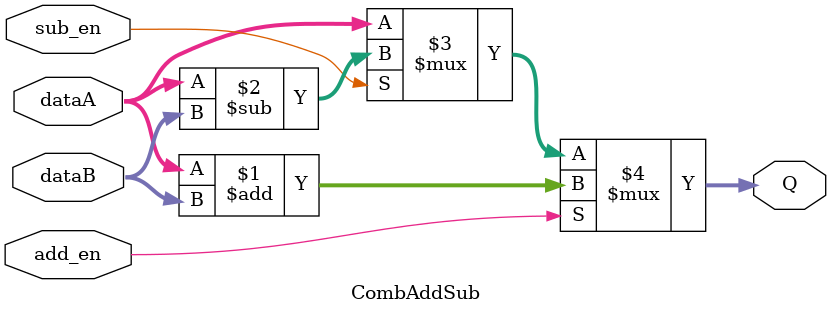
<source format=v>
module CombAddSub(add_en, sub_en, dataA, dataB, Q);
    input [15:0] dataA, dataB;
    input add_en, sub_en;
    output [15:0] Q;

    assign Q = (add_en) ? dataA + dataB : (sub_en) ? dataA - dataB : dataA;

endmodule

</source>
